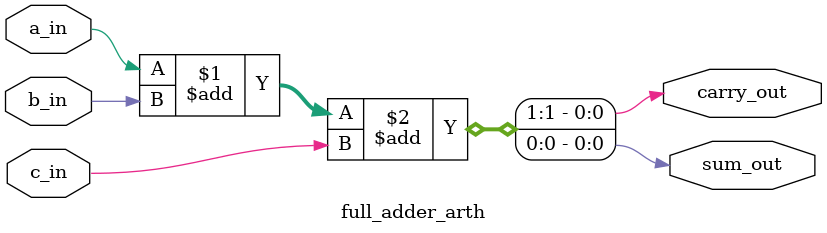
<source format=v>
`timescale 1ns / 1ps


module full_adder_arth (
    input a_in,
    input b_in,
    input c_in,
    output sum_out,
    output carry_out
);
 assign {carry_out, sum_out} = a_in + b_in + c_in;
 

endmodule

</source>
